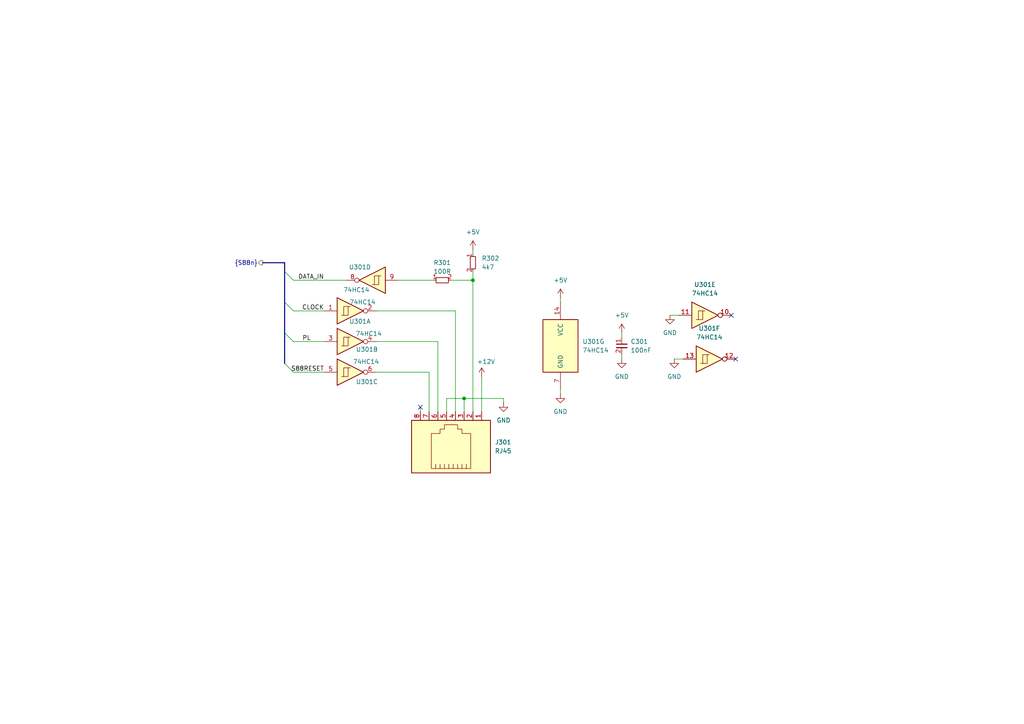
<source format=kicad_sch>
(kicad_sch (version 20231120) (generator "eeschema") (generator_version "8.0")
  (paper "A4")
  (lib_symbols
    (symbol "74xx:74HC14" (pin_names (offset 1.016))
      (property "Reference" "U" (at 0 1.27 0))
      (property "Value" "74HC14" (at 0 -1.27 0))
      (symbol "74HC14_1_0"
        (polyline (pts (xy -3.81 3.81) (xy -3.81 -3.81) (xy 3.81 0) (xy -3.81 3.81)) (stroke (width 0.254)) (fill (type background)))
        (pin input line (at -7.62 0 0) (length 3.81) (name "~") (number "1"))
        (pin output inverted (at 7.62 0 180) (length 3.81) (name "~") (number "2"))
      )
      (symbol "74HC14_1_1"
        (polyline (pts (xy -1.905 -1.27) (xy -1.905 1.27) (xy -0.635 1.27)))
        (polyline (pts (xy -2.54 -1.27) (xy -0.635 -1.27) (xy -0.635 1.27) (xy 0 1.27)))
      )
      (symbol "74HC14_2_0"
        (polyline (pts (xy -3.81 3.81) (xy -3.81 -3.81) (xy 3.81 0) (xy -3.81 3.81)) (stroke (width 0.254)) (fill (type background)))
        (pin input line (at -7.62 0 0) (length 3.81) (name "~") (number "3"))
        (pin output inverted (at 7.62 0 180) (length 3.81) (name "~") (number "4"))
      )
      (symbol "74HC14_2_1"
        (polyline (pts (xy -1.905 -1.27) (xy -1.905 1.27) (xy -0.635 1.27)))
        (polyline (pts (xy -2.54 -1.27) (xy -0.635 -1.27) (xy -0.635 1.27) (xy 0 1.27)))
      )
      (symbol "74HC14_3_0"
        (polyline (pts (xy -3.81 3.81) (xy -3.81 -3.81) (xy 3.81 0) (xy -3.81 3.81)) (stroke (width 0.254)) (fill (type background)))
        (pin input line (at -7.62 0 0) (length 3.81) (name "~") (number "5"))
        (pin output inverted (at 7.62 0 180) (length 3.81) (name "~") (number "6"))
      )
      (symbol "74HC14_3_1"
        (polyline (pts (xy -1.905 -1.27) (xy -1.905 1.27) (xy -0.635 1.27)))
        (polyline (pts (xy -2.54 -1.27) (xy -0.635 -1.27) (xy -0.635 1.27) (xy 0 1.27)))
      )
      (symbol "74HC14_4_0"
        (polyline (pts (xy -3.81 3.81) (xy -3.81 -3.81) (xy 3.81 0) (xy -3.81 3.81)) (stroke (width 0.254)) (fill (type background)))
        (pin output inverted (at 7.62 0 180) (length 3.81) (name "~") (number "8"))
        (pin input line (at -7.62 0 0) (length 3.81) (name "~") (number "9"))
      )
      (symbol "74HC14_4_1"
        (polyline (pts (xy -1.905 -1.27) (xy -1.905 1.27) (xy -0.635 1.27)))
        (polyline (pts (xy -2.54 -1.27) (xy -0.635 -1.27) (xy -0.635 1.27) (xy 0 1.27)))
      )
      (symbol "74HC14_5_0"
        (polyline (pts (xy -3.81 3.81) (xy -3.81 -3.81) (xy 3.81 0) (xy -3.81 3.81)) (stroke (width 0.254)) (fill (type background)))
        (pin output inverted (at 7.62 0 180) (length 3.81) (name "~") (number "10"))
        (pin input line (at -7.62 0 0) (length 3.81) (name "~") (number "11"))
      )
      (symbol "74HC14_5_1"
        (polyline (pts (xy -1.905 -1.27) (xy -1.905 1.27) (xy -0.635 1.27)))
        (polyline (pts (xy -2.54 -1.27) (xy -0.635 -1.27) (xy -0.635 1.27) (xy 0 1.27)))
      )
      (symbol "74HC14_6_0"
        (polyline (pts (xy -3.81 3.81) (xy -3.81 -3.81) (xy 3.81 0) (xy -3.81 3.81)) (stroke (width 0.254)) (fill (type background)))
        (pin output inverted (at 7.62 0 180) (length 3.81) (name "~") (number "12"))
        (pin input line (at -7.62 0 0) (length 3.81) (name "~") (number "13"))
      )
      (symbol "74HC14_6_1"
        (polyline (pts (xy -1.905 -1.27) (xy -1.905 1.27) (xy -0.635 1.27)))
        (polyline (pts (xy -2.54 -1.27) (xy -0.635 -1.27) (xy -0.635 1.27) (xy 0 1.27)))
      )
      (symbol "74HC14_7_0"
        (pin power_in line (at 0 12.7 270) (length 5.08) (name "VCC") (number "14"))
        (pin power_in line (at 0 -12.7 90) (length 5.08) (name "GND") (number "7"))
      )
      (symbol "74HC14_7_1"
        (rectangle (start -5.08 7.62) (end 5.08 -7.62) (stroke (width 0.254)) (fill (type background)))
      )
    )
    (symbol "Connector:RJ45" (pin_names (offset 1.016))
      (property "Reference" "J" (at -5.08 13.97 0))
      (property "Value" "RJ45" (at 2.54 13.97 0))
      (symbol "RJ45_0_1"
        (polyline (pts (xy -5.08 4.445) (xy -6.35 4.445)))
        (polyline (pts (xy -5.08 5.715) (xy -6.35 5.715)))
        (polyline (pts (xy -6.35 -3.175) (xy -5.08 -3.175) (xy -5.08 -3.175)))
        (polyline (pts (xy -6.35 -1.905) (xy -5.08 -1.905) (xy -5.08 -1.905)))
        (polyline (pts (xy -6.35 -0.635) (xy -5.08 -0.635) (xy -5.08 -0.635)))
        (polyline (pts (xy -6.35 0.635) (xy -5.08 0.635) (xy -5.08 0.635)))
        (polyline (pts (xy -6.35 1.905) (xy -5.08 1.905) (xy -5.08 1.905)))
        (polyline (pts (xy -5.08 3.175) (xy -6.35 3.175) (xy -6.35 3.175)))
        (polyline (pts (xy -6.35 -4.445) (xy -6.35 6.985) (xy 3.81 6.985) (xy 3.81 4.445) (xy 5.08 4.445) (xy 5.08 3.175) (xy 6.35 3.175) (xy 6.35 -0.635) (xy 5.08 -0.635) (xy 5.08 -1.905) (xy 3.81 -1.905) (xy 3.81 -4.445) (xy -6.35 -4.445) (xy -6.35 -4.445)))
        (rectangle (start 7.62 12.7) (end -7.62 -10.16) (stroke (width 0.254)) (fill (type background)))
      )
      (symbol "RJ45_1_1"
        (pin passive line (at 10.16 -7.62 180) (length 2.54) (name "~") (number "1"))
        (pin passive line (at 10.16 -5.08 180) (length 2.54) (name "~") (number "2"))
        (pin passive line (at 10.16 -2.54 180) (length 2.54) (name "~") (number "3"))
        (pin passive line (at 10.16 0 180) (length 2.54) (name "~") (number "4"))
        (pin passive line (at 10.16 2.54 180) (length 2.54) (name "~") (number "5"))
        (pin passive line (at 10.16 5.08 180) (length 2.54) (name "~") (number "6"))
        (pin passive line (at 10.16 7.62 180) (length 2.54) (name "~") (number "7"))
        (pin passive line (at 10.16 10.16 180) (length 2.54) (name "~") (number "8"))
      )
    )
    (symbol "capacitor_miscellaneous:C_0402_100nF"
      (property "Reference" "C" (at 1.27 2.54 0))
      (property "Value" "100nF" (at 3.81 -2.54 0))
      (symbol "C_0402_100nF_0_1"
        (polyline (pts (xy -1.524 -0.508) (xy 1.524 -0.508)) (stroke (width 0.3302)))
        (polyline (pts (xy -1.524 0.508) (xy 1.524 0.508)) (stroke (width 0.3048)))
      )
      (symbol "C_0402_100nF_1_1"
        (pin passive line (at 0 2.54 270) (length 2.032) (name "~") (number "1"))
        (pin passive line (at 0 -2.54 90) (length 2.032) (name "~") (number "2"))
      )
    )
    (symbol "power:+12V" (power) (pin_numbers hide) (pin_names (offset 0) hide)
      (property "Value" "+12V" (at 0 3.556 0))
      (symbol "+12V_0_1"
        (polyline (pts (xy -0.762 1.27) (xy 0 2.54)))
        (polyline (pts (xy 0 0) (xy 0 2.54)))
        (polyline (pts (xy 0 2.54) (xy 0.762 1.27)))
      )
      (symbol "+12V_1_1"
        (pin power_in line (at 0 0 90) (length 0) (name "~") (number "1"))
      )
    )
    (symbol "power:+5V" (power) (pin_numbers hide) (pin_names (offset 0) hide)
      (property "Value" "+5V" (at 0 3.556 0))
      (symbol "+5V_0_1"
        (polyline (pts (xy -0.762 1.27) (xy 0 2.54)))
        (polyline (pts (xy 0 0) (xy 0 2.54)))
        (polyline (pts (xy 0 2.54) (xy 0.762 1.27)))
      )
      (symbol "+5V_1_1"
        (pin power_in line (at 0 0 90) (length 0) (name "~") (number "1"))
      )
    )
    (symbol "power:GND" (power) (pin_numbers hide) (pin_names (offset 0) hide)
      (property "Value" "GND" (at 0 -3.81 0))
      (symbol "GND_0_1"
        (polyline (pts (xy 0 0) (xy 0 -1.27) (xy 1.27 -1.27) (xy 0 -2.54) (xy -1.27 -1.27) (xy 0 -1.27)))
      )
      (symbol "GND_1_1"
        (pin power_in line (at 0 0 270) (length 0) (name "~") (number "1"))
      )
    )
    (symbol "resistors_0603:R_100R_0603"
      (property "Reference" "R" (at 1.27 2.54 0))
      (property "Value" "100R" (at 2.54 -2.54 0))
      (symbol "R_100R_0603_0_1"
        (rectangle (start -0.762 1.778) (end 0.762 -1.778) (stroke (width 0.2032)))
      )
      (symbol "R_100R_0603_1_1"
        (pin passive line (at 0 2.54 270) (length 0.762) (name "~") (number "1"))
        (pin passive line (at 0 -2.54 90) (length 0.762) (name "~") (number "2"))
      )
    )
    (symbol "resistors_0603:R_4k7_0603"
      (property "Reference" "R" (at 1.27 2.54 0))
      (property "Value" "4k7" (at 2.54 -2.54 0))
      (symbol "R_4k7_0603_0_1"
        (rectangle (start -0.762 1.778) (end 0.762 -1.778) (stroke (width 0.2032)))
      )
      (symbol "R_4k7_0603_1_1"
        (pin passive line (at 0 2.54 270) (length 0.762) (name "~") (number "1"))
        (pin passive line (at 0 -2.54 90) (length 0.762) (name "~") (number "2"))
      )
    )
  )
  (bus_alias "S88n" (members "DATA_IN" "CLOCK" "PL" "S88RESET"))
  (junction (at 137.16 81.28))
  (junction (at 134.62 115.57))
  (no_connect (at 121.92 118.11))
  (no_connect (at 212.09 91.44))
  (no_connect (at 213.36 104.14))
  (bus_entry (at 82.55 105.41) (size 2.54 2.54))
  (bus_entry (at 82.55 78.74) (size 2.54 2.54))
  (bus_entry (at 82.55 96.52) (size 2.54 2.54))
  (bus_entry (at 82.55 87.63) (size 2.54 2.54))
  (wire (pts (xy 132.08 119.38) (xy 132.08 90.17)))
  (wire (pts (xy 124.46 107.95) (xy 109.22 107.95)))
  (wire (pts (xy 85.09 90.17) (xy 93.98 90.17)))
  (bus (pts (xy 82.55 87.63) (xy 82.55 96.52)))
  (wire (pts (xy 139.7 109.22) (xy 139.7 119.38)))
  (wire (pts (xy 137.16 72.39) (xy 137.16 73.66)))
  (wire (pts (xy 124.46 119.38) (xy 124.46 107.95)))
  (wire (pts (xy 132.08 90.17) (xy 109.22 90.17)))
  (wire (pts (xy 194.31 91.44) (xy 196.85 91.44)))
  (bus (pts (xy 82.55 78.74) (xy 82.55 87.63)))
  (wire (pts (xy 127 99.06) (xy 109.22 99.06)))
  (bus (pts (xy 82.55 96.52) (xy 82.55 105.41)))
  (wire (pts (xy 85.09 81.28) (xy 100.33 81.28)))
  (wire (pts (xy 137.16 81.28) (xy 137.16 119.38)))
  (wire (pts (xy 115.57 81.28) (xy 125.73 81.28)))
  (wire (pts (xy 180.34 104.14) (xy 180.34 102.87)))
  (wire (pts (xy 129.54 115.57) (xy 134.62 115.57)))
  (wire (pts (xy 146.05 115.57) (xy 146.05 116.84)))
  (wire (pts (xy 180.34 96.52) (xy 180.34 97.79)))
  (wire (pts (xy 127 119.38) (xy 127 99.06)))
  (wire (pts (xy 162.56 113.03) (xy 162.56 114.3)))
  (wire (pts (xy 121.92 118.11) (xy 121.92 119.38)))
  (bus (pts (xy 76.2 76.2) (xy 82.55 76.2)))
  (wire (pts (xy 162.56 86.36) (xy 162.56 87.63)))
  (wire (pts (xy 137.16 81.28) (xy 130.81 81.28)))
  (wire (pts (xy 129.54 119.38) (xy 129.54 115.57)))
  (wire (pts (xy 85.09 107.95) (xy 93.98 107.95)))
  (wire (pts (xy 134.62 115.57) (xy 134.62 119.38)))
  (wire (pts (xy 137.16 78.74) (xy 137.16 81.28)))
  (wire (pts (xy 195.58 104.14) (xy 198.12 104.14)))
  (wire (pts (xy 85.09 99.06) (xy 93.98 99.06)))
  (wire (pts (xy 134.62 115.57) (xy 146.05 115.57)))
  (bus (pts (xy 82.55 76.2) (xy 82.55 78.74)))
  (label "DATA_IN" (at 93.98 81.28 180))
  (label "CLOCK" (at 93.98 90.17 180))
  (label "S88RESET" (at 93.98 107.95 180))
  (label "PL" (at 90.17 99.06 180))
  (hierarchical_label "{S88n}" (shape output) (at 76.2 76.2 180))
  (symbol (lib_id "resistors_0603:R_100R_0603") (at 128.27 81.28 90) (unit 1)
    (property "Reference" "R301" (at 128.27 76.2 90))
    (property "Value" "100R" (at 128.27 78.74 90))
    (property "Footprint" "custom_kicad_lib_sk:R_0603_smalltext" (effects (hide yes)))
    (property "JLCPCB Part#" "C22775" (effects (hide yes)))
  )
  (symbol (lib_id "power:+12V") (at 139.7 109.22 0) (unit 1)
    (property "Reference" "#PWR0306" (effects (hide yes)))
    (property "Value" "+12V" (at 140.97 104.902 0))
    (property "Description" "Power symbol creates a global label with name \"+12V\"" (effects (hide yes)))
  )
  (symbol (lib_id "power:GND") (at 194.31 91.44 0) (unit 1)
    (property "Reference" "#PWR0309" (effects (hide yes)))
    (property "Value" "GND" (at 194.31 96.52 0))
    (property "Description" "Power symbol creates a global label with name \"GND\" , ground" (effects (hide yes)))
  )
  (symbol (lib_id "power:+5V") (at 180.34 96.52 0) (unit 1)
    (property "Reference" "#PWR0304" (effects (hide yes)))
    (property "Value" "+5V" (at 180.34 91.44 0))
    (property "Description" "Power symbol creates a global label with name \"+5V\"" (effects (hide yes)))
  )
  (symbol (lib_id "Connector:RJ45") (at 132.08 129.54 90) (unit 1)
    (property "Reference" "J301" (at 143.51 128.2699 90) (effects (justify right)))
    (property "Value" "RJ45" (at 143.51 130.8099 90) (effects (justify right)))
    (property "Footprint" "Connector_RJ:RJ45_Amphenol_54602-x08_Horizontal" (effects (hide yes)))
    (property "Description" "RJ connector, 8P8C (8 positions 8 connected)" (effects (hide yes)))
  )
  (symbol (lib_id "74xx:74HC14") (at 101.6 99.06 0) (unit 2)
    (property "Reference" "U301" (at 106.426 101.346 0))
    (property "Value" "74HC14" (at 106.934 96.774 0))
    (property "Footprint" "Package_SO:SOIC-14_3.9x8.7mm_P1.27mm" (effects (hide yes)))
    (property "Datasheet" "http://www.ti.com/lit/gpn/sn74HC14" (effects (hide yes)))
    (property "Description" "Hex inverter schmitt trigger" (effects (hide yes)))
    (property "JLCPCB Part#" "C5605" (effects (hide yes)))
  )
  (symbol (lib_id "power:+5V") (at 162.56 86.36 0) (unit 1)
    (property "Reference" "#PWR0302" (effects (hide yes)))
    (property "Value" "+5V" (at 162.56 81.28 0))
    (property "Description" "Power symbol creates a global label with name \"+5V\"" (effects (hide yes)))
  )
  (symbol (lib_id "74xx:74HC14") (at 162.56 100.33 0) (unit 7)
    (property "Reference" "U301" (at 168.91 99.0599 0) (effects (justify left)))
    (property "Value" "74HC14" (at 168.91 101.5999 0) (effects (justify left)))
    (property "Footprint" "Package_SO:SOIC-14_3.9x8.7mm_P1.27mm" (effects (hide yes)))
    (property "Datasheet" "http://www.ti.com/lit/gpn/sn74HC14" (effects (hide yes)))
    (property "Description" "Hex inverter schmitt trigger" (effects (hide yes)))
    (property "JLCPCB Part#" "C5605" (effects (hide yes)))
  )
  (symbol (lib_id "74xx:74HC14") (at 101.6 90.17 0) (unit 1)
    (property "Reference" "U301" (at 104.394 93.218 0))
    (property "Value" "74HC14" (at 105.156 87.63 0))
    (property "Footprint" "Package_SO:SOIC-14_3.9x8.7mm_P1.27mm" (effects (hide yes)))
    (property "Datasheet" "http://www.ti.com/lit/gpn/sn74HC14" (effects (hide yes)))
    (property "Description" "Hex inverter schmitt trigger" (effects (hide yes)))
    (property "JLCPCB Part#" "C5605" (effects (hide yes)))
  )
  (symbol (lib_id "capacitor_miscellaneous:C_0402_100nF") (at 180.34 100.33 0) (unit 1)
    (property "Reference" "C301" (at 182.88 99.0662 0) (effects (justify left)))
    (property "Value" "100nF" (at 182.88 101.6062 0) (effects (justify left)))
    (property "Footprint" "Capacitor_SMD:C_0402_1005Metric" (effects (hide yes)))
    (property "JLCPCB Part#" "C307331" (effects (hide yes)))
  )
  (symbol (lib_id "74xx:74HC14") (at 204.47 91.44 0) (unit 5)
    (property "Reference" "U301" (at 204.47 82.55 0))
    (property "Value" "74HC14" (at 204.47 85.09 0))
    (property "Footprint" "Package_SO:SOIC-14_3.9x8.7mm_P1.27mm" (effects (hide yes)))
    (property "Datasheet" "http://www.ti.com/lit/gpn/sn74HC14" (effects (hide yes)))
    (property "Description" "Hex inverter schmitt trigger" (effects (hide yes)))
    (property "JLCPCB Part#" "C5605" (effects (hide yes)))
  )
  (symbol (lib_id "power:GND") (at 180.34 104.14 0) (unit 1)
    (property "Reference" "#PWR0305" (effects (hide yes)))
    (property "Value" "GND" (at 180.34 109.22 0))
    (property "Description" "Power symbol creates a global label with name \"GND\" , ground" (effects (hide yes)))
  )
  (symbol (lib_id "74xx:74HC14") (at 205.74 104.14 0) (unit 6)
    (property "Reference" "U301" (at 205.74 95.25 0))
    (property "Value" "74HC14" (at 205.74 97.79 0))
    (property "Footprint" "Package_SO:SOIC-14_3.9x8.7mm_P1.27mm" (effects (hide yes)))
    (property "Datasheet" "http://www.ti.com/lit/gpn/sn74HC14" (effects (hide yes)))
    (property "Description" "Hex inverter schmitt trigger" (effects (hide yes)))
    (property "JLCPCB Part#" "C5605" (effects (hide yes)))
  )
  (symbol (lib_id "power:GND") (at 162.56 114.3 0) (unit 1)
    (property "Reference" "#PWR0303" (effects (hide yes)))
    (property "Value" "GND" (at 162.56 119.38 0))
    (property "Description" "Power symbol creates a global label with name \"GND\" , ground" (effects (hide yes)))
  )
  (symbol (lib_id "power:GND") (at 195.58 104.14 0) (unit 1)
    (property "Reference" "#PWR0308" (effects (hide yes)))
    (property "Value" "GND" (at 195.58 109.22 0))
    (property "Description" "Power symbol creates a global label with name \"GND\" , ground" (effects (hide yes)))
  )
  (symbol (lib_id "74xx:74HC14") (at 101.6 107.95 0) (unit 3)
    (property "Reference" "U301" (at 106.426 110.744 0))
    (property "Value" "74HC14" (at 106.172 104.902 0))
    (property "Footprint" "Package_SO:SOIC-14_3.9x8.7mm_P1.27mm" (effects (hide yes)))
    (property "Datasheet" "http://www.ti.com/lit/gpn/sn74HC14" (effects (hide yes)))
    (property "Description" "Hex inverter schmitt trigger" (effects (hide yes)))
    (property "JLCPCB Part#" "C5605" (effects (hide yes)))
  )
  (symbol (lib_id "power:GND") (at 146.05 116.84 0) (unit 1)
    (property "Reference" "#PWR0307" (effects (hide yes)))
    (property "Value" "GND" (at 146.05 121.92 0))
    (property "Description" "Power symbol creates a global label with name \"GND\" , ground" (effects (hide yes)))
  )
  (symbol (lib_id "power:+5V") (at 137.16 72.39 0) (unit 1)
    (property "Reference" "#PWR0301" (effects (hide yes)))
    (property "Value" "+5V" (at 137.16 67.31 0))
    (property "Description" "Power symbol creates a global label with name \"+5V\"" (effects (hide yes)))
  )
  (symbol (lib_id "74xx:74HC14") (at 107.95 81.28 180) (unit 4)
    (property "Reference" "U301" (at 104.394 77.47 0))
    (property "Value" "74HC14" (at 103.378 84.074 0))
    (property "Footprint" "Package_SO:SOIC-14_3.9x8.7mm_P1.27mm" (effects (hide yes)))
    (property "Datasheet" "http://www.ti.com/lit/gpn/sn74HC14" (effects (hide yes)))
    (property "Description" "Hex inverter schmitt trigger" (effects (hide yes)))
    (property "JLCPCB Part#" "C5605" (effects (hide yes)))
  )
  (symbol (lib_id "resistors_0603:R_4k7_0603") (at 137.16 76.2 0) (unit 1)
    (property "Reference" "R302" (at 139.7 74.9299 0) (effects (justify left)))
    (property "Value" "4k7" (at 139.7 77.4699 0) (effects (justify left)))
    (property "Footprint" "custom_kicad_lib_sk:R_0603_smalltext" (effects (hide yes)))
    (property "JLCPCB Part#" "C23162" (effects (hide yes)))
  )
)
</source>
